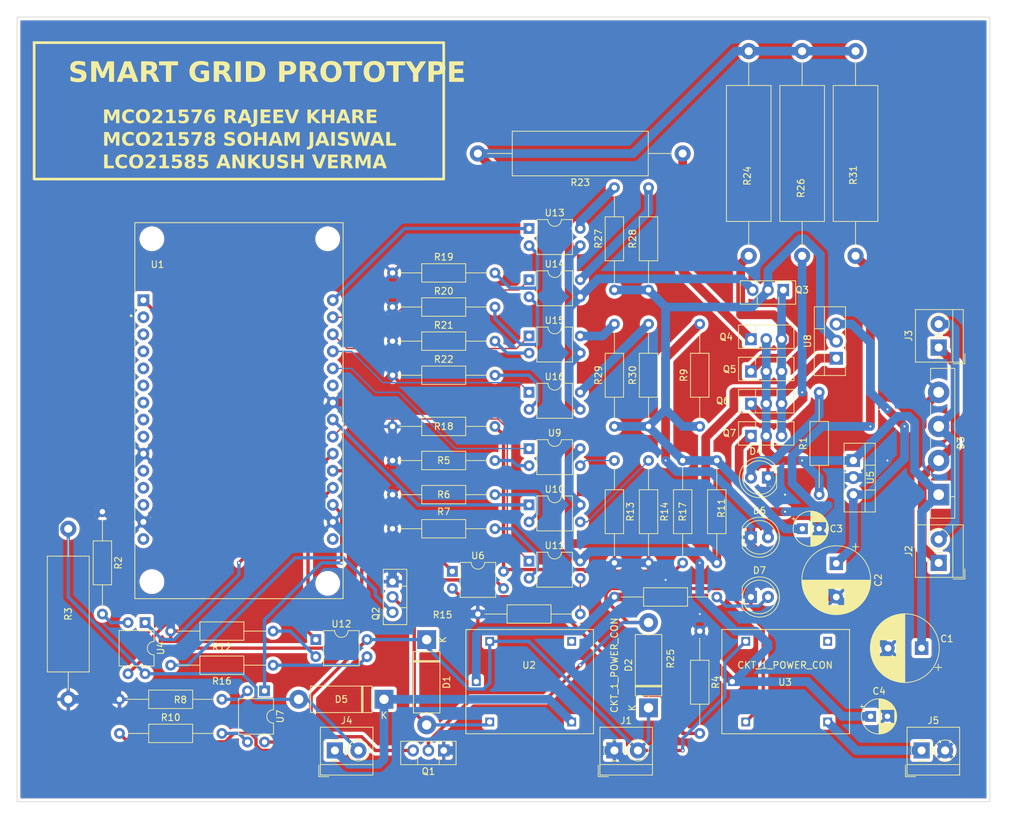
<source format=kicad_pcb>
(kicad_pcb (version 20240108) (generator "pcbnew") (generator_version "8.0")
  (layers (0 "F.Cu" signal) (31 "B.Cu" signal) (34 "B.Paste" user) (35 "F.Paste" user) (36 "B.SilkS" user "B.Silkscreen") (37 "F.SilkS" user "F.Silkscreen") (38 "B.Mask" user) (39 "F.Mask" user) (44 "Edge.Cuts" user))
  (net 0 "")
  (net 1 "GND")
  (net 2 "/POW_IN_CON")
  (net 3 "/POW_REG_CON")
  (net 4 "VAC")
  (net 5 "/RELAY_IN")
  (net 6 "/EXT_POWER")
  (net 7 "/V_OUT")
  (net 8 "/LOAD+")
  (net 9 "/RELAY1_IN")
  (net 10 "Net-(D7-A)")
  (net 11 "Net-(J2-Pin_1)")
  (net 12 "Net-(D4-A)")
  (net 13 "/C_SENSE")
  (net 14 "Net-(D5-K)")
  (net 15 "/CURRENT_CONTROL")
  (net 16 "/E1_TO_R")
  (net 17 "/E2_TO_R")
  (net 18 "/E3_TO_R")
  (net 19 "/E4_TO_R")
  (net 20 "Net-(R2-Pad2)")
  (net 21 "Net-(D6-A)")
  (net 22 "Net-(R4-Pad2)")
  (net 23 "Net-(R5-Pad2)")
  (net 24 "Net-(R6-Pad2)")
  (net 25 "/V_CONTROL")
  (net 26 "Net-(J5-Pin_1)")
  (net 27 "Net-(Q1-B)")
  (net 28 "Net-(Q2-B)")
  (net 29 "/V_SENSE")
  (net 30 "Net-(Q3-E)")
  (net 31 "Net-(R7-Pad2)")
  (net 32 "Net-(R8-Pad1)")
  (net 33 "Net-(R10-Pad2)")
  (net 34 "/150_R")
  (net 35 "/1k_R")
  (net 36 "/3k_R")
  (net 37 "/5k_R")
  (net 38 "/D6")
  (net 39 "/D7")
  (net 40 "/D4")
  (net 41 "/POWER_ON_OFF")
  (net 42 "/D5")
  (net 43 "/D3")
  (net 44 "/D0")
  (net 45 "/D8")
  (net 46 "/A0")
  (net 47 "/D1")
  (net 48 "/D2")
  (net 49 "/PSHARE_ON_OFF")
  (net 65 "Net-(R12-Pad1)")
  (net 66 "Net-(R13-Pad1)")
  (net 67 "Net-(R14-Pad1)")
  (net 68 "Net-(R15-Pad1)")
  (net 69 "Net-(R16-Pad1)")
  (net 70 "Net-(R19-Pad2)")
  (net 71 "Net-(R20-Pad2)")
  (net 72 "Net-(R21-Pad2)")
  (net 73 "Net-(R22-Pad2)")
  (footprint "Resistor_THT:R_Axial_DIN0207_L6.3mm_D2.5mm_P15.24mm_Horizontal" (layer "F.Cu") (at 109.22 132.08 180)
    (property "Reference" "R16")
    (property "Value" "120R")
  )
  (footprint "Library:MODULE_ZC563900" (layer "F.Cu") (at 101.346 98.044)
    (property "Reference" "U1")
    (property "Value" "ZC563900")
  )
  (footprint "Resistor_THT:R_Axial_DIN0207_L6.3mm_D2.5mm_P15.24mm_Horizontal" (layer "F.Cu") (at 109.22 127 180)
    (property "Reference" "R12")
    (property "Value" "220R")
  )
  (footprint "Resistor_THT:R_Axial_DIN0207_L6.3mm_D2.5mm_P15.24mm_Horizontal" (layer "F.Cu") (at 160.02 101.6 -90)
    (property "Reference" "R13")
    (property "Value" "500R")
  )
  (footprint "TerminalBlock_4Ucon:TerminalBlock_4Ucon_1x02_P3.50mm_Horizontal" (layer "F.Cu") (at 118.42 144.78)
    (property "Reference" "J4")
    (property "Value" "DC_LOAD")
  )
  (footprint "Resistor_THT:R_Axial_DIN0207_L6.3mm_D2.5mm_P15.24mm_Horizontal" (layer "F.Cu") (at 127 88.9)
    (property "Reference" "R22")
    (property "Value" "220")
  )
  (footprint "Package_DIP:DIP-4_W7.62mm" (layer "F.Cu") (at 115.58 128.265)
    (property "Reference" "U12")
    (property "Value" "PC817")
  )
  (footprint "Package_DIP:DIP-4_W7.62mm" (layer "F.Cu") (at 147.32 99.823)
    (property "Reference" "U9")
    (property "Value" "MIN_V")
  )
  (footprint "Resistor_THT:R_Axial_DIN0207_L6.3mm_D2.5mm_P15.24mm_Horizontal" (layer "F.Cu") (at 172.72 127 -90)
    (property "Reference" "R4")
    (property "Value" "220")
  )
  (footprint "Package_TO_SOT_THT:TO-220-3_Vertical" (layer "F.Cu") (at 193.04 86.36 90)
    (property "Reference" "U8")
    (property "Value" "LM317_TO-220")
  )
  (footprint "LED_THT:LED_D5.0mm" (layer "F.Cu") (at 180.34 113.03)
    (property "Reference" "D6")
    (property "Value" "LED")
  )
  (footprint "Resistor_THT:R_Axial_Power_L20.0mm_W6.4mm_P30.48mm" (layer "F.Cu") (at 170.18 55.88 180)
    (property "Reference" "R23")
    (property "Value" "1")
  )
  (footprint "Package_TO_SOT_THT:TO-126-3_Vertical" (layer "F.Cu") (at 180.34 97.94)
    (property "Reference" "Q7")
    (property "Value" "BD139")
  )
  (footprint "Resistor_THT:R_Axial_DIN0207_L6.3mm_D2.5mm_P15.24mm_Horizontal" (layer "F.Cu") (at 127 101.6)
    (property "Reference" "R5")
    (property "Value" "220")
  )
  (footprint "Diode_THT:Diode_Bridge_Vishay_GBU" (layer "F.Cu") (at 208.28 106.68 90)
    (property "Reference" "D3")
    (property "Value" "GBU4A")
  )
  (footprint "Resistor_THT:R_Axial_DIN0207_L6.3mm_D2.5mm_P15.24mm_Horizontal" (layer "F.Cu") (at 170.18 101.6 -90)
    (property "Reference" "R17")
    (property "Value" "20k")
  )
  (footprint "Resistor_THT:R_Axial_DIN0207_L6.3mm_D2.5mm_P15.24mm_Horizontal" (layer "F.Cu") (at 165.1 101.6 -90)
    (property "Reference" "R14")
    (property "Value" "1.5kR")
  )
  (footprint "Package_TO_SOT_THT:TO-220-3_Vertical" (layer "F.Cu") (at 195.58 101.6 -90)
    (property "Reference" "U5")
    (property "Value" "LM7824_TO220")
  )
  (footprint "Resistor_THT:R_Axial_DIN0207_L6.3mm_D2.5mm_P15.24mm_Horizontal" (layer "F.Cu") (at 160.02 76.2 90)
    (property "Reference" "R27")
    (property "Value" "150")
  )
  (footprint "Resistor_THT:R_Axial_DIN0617_L17.0mm_D6.0mm_P25.40mm_Horizontal" (layer "F.Cu") (at 78.74 111.76 -90)
    (property "Reference" "R3")
    (property "Value" "1")
  )
  (footprint "Resistor_THT:R_Axial_DIN0207_L6.3mm_D2.5mm_P15.24mm_Horizontal" (layer "F.Cu") (at 127 106.68)
    (property "Reference" "R6")
    (property "Value" "220")
  )
  (footprint "Resistor_THT:R_Axial_DIN0207_L6.3mm_D2.5mm_P15.24mm_Horizontal" (layer "F.Cu") (at 142.24 96.52 180)
    (property "Reference" "R18")
    (property "Value" "8k")
  )
  (footprint "Resistor_THT:R_Axial_DIN0207_L6.3mm_D2.5mm_P15.24mm_Horizontal" (layer "F.Cu") (at 127 78.74)
    (property "Reference" "R20")
    (property "Value" "220")
  )
  (footprint "Package_TO_SOT_THT:TO-126-3_Vertical" (layer "F.Cu") (at 180.34 88.34)
    (property "Reference" "Q5")
    (property "Value" "BD139")
  )
  (footprint "Resistor_THT:R_Axial_DIN0207_L6.3mm_D2.5mm_P15.24mm_Horizontal" (layer "F.Cu") (at 172.72 96.52 90)
    (property "Reference" "R9")
    (property "Value" "220")
  )
  (footprint "Resistor_THT:R_Axial_DIN0207_L6.3mm_D2.5mm_P15.24mm_Horizontal" (layer "F.Cu") (at 160.02 121.92)
    (property "Reference" "R25")
    (property "Value" "220")
  )
  (footprint "Resistor_THT:R_Axial_Power_L20.0mm_W6.4mm_P30.48mm" (layer "F.Cu") (at 187.96 71.12 90)
    (property "Reference" "R26")
    (property "Value" "1")
  )
  (footprint "Package_DIP:DIP-4_W7.62mm" (layer "F.Cu") (at 147.32 74.674)
    (property "Reference" "U14")
    (property "Value" "PC817")
  )
  (footprint "Resistor_THT:R_Axial_DIN0207_L6.3mm_D2.5mm_P15.24mm_Horizontal" (layer "F.Cu") (at 175.26 116.84 90)
    (property "Reference" "R11")
    (property "Value" "220")
  )
  (footprint "Resistor_THT:R_Axial_DIN0207_L6.3mm_D2.5mm_P15.24mm_Horizontal" (layer "F.Cu") (at 165.1 96.52 90)
    (property "Reference" "R30")
    (property "Value" "5k")
  )
  (footprint "Resistor_THT:R_Axial_DIN0207_L6.3mm_D2.5mm_P15.24mm_Horizontal" (layer "F.Cu") (at 127 83.82)
    (property "Reference" "R21")
    (property "Value" "220")
  )
  (footprint "Package_DIP:DIP-4_W7.62mm" (layer "F.Cu") (at 147.32 83.057)
    (property "Reference" "U15")
    (property "Value" "PC817")
  )
  (footprint "Package_DIP:DIP-4_W7.62mm" (layer "F.Cu") (at 147.32 116.589)
    (property "Reference" "U11")
    (property "Value" "HIGH_V")
  )
  (footprint "Package_DIP:DIP-4_W7.62mm" (layer "F.Cu") (at 147.32 67.054)
    (property "Reference" "U13")
    (property "Value" "PC817")
  )
  (footprint "Resistor_THT:R_Axial_DIN0207_L6.3mm_D2.5mm_P15.24mm_Horizontal" (layer "F.Cu") (at 190.5 106.68 90)
    (property "Reference" "R1")
    (property "Value" "220")
  )
  (footprint "Resistor_THT:R_Axial_DIN0207_L6.3mm_D2.5mm_P15.24mm_Horizontal" (layer "F.Cu") (at 83.82 109.22 -90)
    (property "Reference" "R2")
    (property "Value" "220")
  )
  (footprint "Capacitor_THT:CP_Radial_D5.0mm_P2.50mm" (layer "F.Cu") (at 188 111.76)
    (property "Reference" "C3")
    (property "Value" "10uF/63V")
  )
  (footprint "Resistor_THT:R_Axial_DIN0207_L6.3mm_D2.5mm_P15.24mm_Horizontal" (layer "F.Cu") (at 127 111.76)
    (property "Reference" "R7")
    (property "Value" "220")
  )
  (footprint "TerminalBlock_4Ucon:TerminalBlock_4Ucon_1x02_P3.50mm_Horizontal" (layer "F.Cu") (at 160.02 144.78)
    (property "Reference" "J1")
    (property "Value" "EXT_POW")
  )
  (footprint "Package_TO_SOT_THT:TO-126-3_Vertical" (layer "F.Cu") (at 180.34 93.14)
    (property "Reference" "Q6")
    (property "Value" "BD139")
  )
  (footprint "Package_DIP:DIP-4_W7.62mm" (layer "F.Cu") (at 147.32 91.44)
    (property "Reference" "U16")
    (property "Value" "PC817")
  )
  (footprint "Resistor_THT:R_Axial_DIN0207_L6.3mm_D2.5mm_P15.24mm_Horizontal" (layer "F.Cu") (at 154.94 124.46 180)
    (property "Reference" "R15")
    (property "Value" "2kR")
  )
  (footprint "Library:J107F" (layer "F.Cu") (at 137.91325 142.29175)
    (property "Reference" "U2")
    (property "Value" "CKT_1_POWER_CON")
  )
  (footprint "LED_THT:LED_D5.0mm" (layer "F.Cu") (at 182.88 104.14 180)
    (property "Reference" "D4")
    (property "Value" "LED_POW")
  )
  (footprint "Library:J107F" (layer "F.Cu") (at 176.01325 142.29175)
    (property "Reference" "U3")
    (property "Value" "CKT_1_POWER_CON")
  )
  (footprint "LED_THT:LED_D5.0mm" (layer "F.Cu") (at 180.34 121.92)
    (property "Reference" "D7")
    (property "Value" "LOAD_INDICATOR")
  )
  (footprint "Package_TO_SOT_THT:TO-126-3_Vertical" (layer "F.Cu") (at 180.34 83.54)
    (property "Reference" "Q4")
    (property "Value" "BD139")
  )
  (footprint "Package_DIP:DIP-4_W7.62mm" (layer "F.Cu") (at 107.955 135.9 -90)
    (property "Reference" "U7")
    (property "Value" "PC817")
  )
  (footprint "Resistor_THT:R_Axial_DIN0207_L6.3mm_D2.5mm_P15.24mm_Horizontal" (layer "F.Cu") (at 165.1 76.2 90)
    (property "Reference" "R28")
    (property "Value" "1k")
  )
  (footprint "Diode_THT:D_5W_P12.70mm_Horizontal" (layer "F.Cu") (at 132.08 128.27 -90)
    (property "Reference" "D1")
    (property "Value" "1N5408/RELAY_FWD")
  )
  (footprint "Package_TO_SOT_THT:TO-126-3_Vertical" (layer "F.Cu") (at 185.16 76.2 180)
    (property "Reference" "Q3")
    (property "Value" "BD139")
  )
  (footprint "Capacitor_THT:CP_Radial_D10.0mm_P5.00mm" (layer "F.Cu") (at 193.04 116.92 -90)
    (property "Reference" "C2")
    (property "Value" "100uf/25V")
  )
  (footprint "Capacitor_THT:CP_Radial_D10.0mm_P5.00mm" (layer "F.Cu") (at 205.74 129.54 180)
    (property "Reference" "C1")
    (property "Value" "1000uf/25V")
  )
  (footprint "Resistor_THT:R_Axial_Power_L20.0mm_W6.4mm_P30.48mm" (layer "F.Cu") (at 195.91 71.12 90)
    (property "Reference" "R31")
    (property "Value" "1")
  )
  (footprint "TerminalBlock_4Ucon:TerminalBlock_4Ucon_1x02_P3.50mm_Horizontal" (layer "F.Cu") (at 208.28 84.78 90)
    (property "Reference" "J3")
    (property "Value" "AC_INPUT")
  )
  (footprint "Package_TO_SOT_THT:TO-126-3_Vertical" (layer "F.Cu") (at 134.62 144.78 180)
    (property "Reference" "Q1")
    (property "Value" "BD139")
  )
  (footprint "Package_TO_SOT_THT:TO-126-3_Vertical" (layer "F.Cu") (at 127 119.64 -90)
    (property "Reference" "Q2")
    (property "Value" "BD139")
  )
  (footprint "Resistor_THT:R_Axial_DIN0207_L6.3mm_D2.5mm_P15.24mm_Horizontal" (layer "F.Cu") (at 127 73.66)
    (property "Reference" "R19")
    (property "Value" "220")
  )
  (footprint "Resistor_THT:R_Axial_DIN0207_L6.3mm_D2.5mm_P15.24mm_Horizontal" (layer "F.Cu") (at 86.36 142.24)
    (property "Reference" "R10")
    (property "Value" "120R")
  )
  (footprint "Package_DIP:DIP-4_W7.62mm" (layer "F.Cu") (at 90.175 125.74 -90)
    (property "Reference" "U4")
    (property "Value" "MIN_V")
  )
  (footprint "Capacitor_THT:CP_Radial_D5.0mm_P2.50mm" (layer "F.Cu") (at 198.16 139.7)
    (property "Reference" "C4")
    (property "Value" "10uF/63V")
  )
  (footprint "Package_DIP:DIP-4_W7.62mm" (layer "F.Cu") (at 135.9 118.105)
    (property "Reference" "U6")
    (property "Value" "MODERATE_V")
  )
  (footprint "Resistor_THT:R_Axial_DIN0207_L6.3mm_D2.5mm_P15.24mm_Horizontal" (layer "F.Cu") (at 101.6 137.16 180)
    (property "Reference" "R8")
    (property "Value" "220R")
  )
  (footprint "Resistor_THT:R_Axial_DIN0207_L6.3mm_D2.5mm_P15.24mm_Horizontal" (layer "F.Cu") (at 160.02 96.52 90)
    (property "Reference" "R29")
    (property "Value" "3k")
  )
  (footprint "Resistor_THT:R_Axial_Power_L20.0mm_W6.4mm_P30.48mm" (layer "F.Cu") (at 180.01 71.12 90)
    (property "Reference" "R24")
    (property "Value" "1")
  )
  (footprint "Diode_THT:D_5W_P12.70mm_Horizontal" (layer "F.Cu") (at 125.73 137.16 180)
    (property "Reference" "D5")
    (property "Value" "1N5408/FWD")
  )
  (footprint "TerminalBlock_4Ucon:TerminalBlock_4Ucon_1x02_P3.50mm_Horizontal" (layer "F.Cu") (at 205.74 144.78)
    (property "Reference" "J5")
    (property "Value" "POW_SHARE")
  )
  (footprint "Package_DIP:DIP-4_W7.62mm" (layer "F.Cu") (at 147.32 108.206)
    (property "Reference" "U10")
    (property "Value" "MODERATE_V")
  )
  (footprint "TerminalBlock_4Ucon:TerminalBlock_4Ucon_1x02_P3.50mm_Horizontal" (layer "F.Cu") (at 208.28 116.84 90)
    (property "Reference" "J2")
    (property "Value" "24VAC _LOAD")
  )
  (footprint "Diode_THT:D_5W_P12.70mm_Horizontal" (layer "F.Cu") (at 165.1 138.43 90)
    (property "Reference" "D2")
    (property "Value" "1N5408/RELAY-1_FWD")
  )
  (gr_rect (start 73.66 39.37) (end 134.62 59.69) (stroke (width 0.4)) (fill none) (layer "F.SilkS"))
  (gr_rect (start 71.12 35.56) (end 215.9 152.4) (stroke (width 0.1)) (fill none) (layer "Edge.Cuts"))
  (gr_text "SMART GRID PROTOTYPE" (at 78.74 45.72 0) (layer "F.SilkS") (effects (font (size 3 3) (thickness 0.1)) (justify left bottom)))
  (gr_text "MCO21576 RAJEEV KHARE\nMCO21578 SOHAM JAISWAL\nLCO21585 ANKUSH VERMA" (at 83.82 58.42 0) (layer "F.SilkS") (effects (font (size 2 2) (thickness 0.1)) (justify left bottom)))
  (segment (start 180.34 113.03) (end 180.34 110.83) (width 1.3) (layer "F.Cu") (net 1))
  (segment (start 180.34 110.83) (end 183.77 110.83) (width 1.3) (layer "F.Cu") (net 1))
  (segment (start 118.11 92.964) (end 122.936 92.964) (width 1.3) (layer "F.Cu") (net 1))
  (segment (start 122.936 92.964) (end 127 88.9) (width 1.3) (layer "F.Cu") (net 1))
  (segment (start 205.83 96.43) (end 205.83 93.89) (width 1.3) (layer "F.Cu") (net 1))
  (segment (start 185.42 119.38) (end 187.96 121.92) (width 1.3) (layer "F.Cu") (net 1))
  (segment (start 189.09137 114.3) (end 190.5 112.89137) (width 1.3) (layer "F.Cu") (net 1))
  (segment (start 127 73.66) (end 127 78.74) (width 1.3) (layer "F.Cu") (net 1))
  (segment (start 183.77 110.83) (end 187.24 114.3) (width 1.3) (layer "F.Cu") (net 1))
  (segment (start 127 101.6) (end 127 106.68) (width 1.3) (layer "F.Cu") (net 1))
  (segment (start 185.42 106.68) (end 186.55137 106.68) (width 1.3) (layer "F.Cu") (net 1))
  (segment (start 180.34 121.92) (end 177.8 119.38) (width 1.3) (layer "F.Cu") (net 1))
  (segment (start 200.66 101.6) (end 205.83 96.43) (width 1.3) (layer "F.Cu") (net 1))
  (segment (start 187.24 114.3) (end 189.09137 114.3) (width 1.3) (layer "F.Cu") (net 1))
  (segment (start 177.8 119.38) (end 172.72 119.38) (width 1.3) (layer "F.Cu") (net 1))
  (segment (start 172.72 124.46) (end 172.72 127) (width 1.3) (layer "F.Cu") (net 1))
  (segment (start 190.5 110.62863) (end 190.5 111.76) (width 1.3) (layer "F.Cu") (net 1))
  (segment (start 172.72 119.38) (end 167.64 119.38) (width 1.3) (layer "F.Cu") (net 1))
  (segment (start 182.88 104.14) (end 195.58 104.14) (width 1.3) (layer "F.Cu") (net 1))
  (segment (start 187.96 121.92) (end 193.04 121.92) (width 1.3) (layer "F.Cu") (net 1))
  (segment (start 180.34 114.3) (end 185.42 119.38) (width 1.3) (layer "F.Cu") (net 1))
  (segment (start 190.5 112.89137) (end 190.5 111.76) (width 1.3) (layer "F.Cu") (net 1))
  (segment (start 205.83 93.89) (end 208.28 91.44) (width 1.3) (layer "F.Cu") (net 1))
  (segment (start 186.55137 106.68) (end 190.5 110.62863) (width 1.3) (layer "F.Cu") (net 1))
  (segment (start 180.34 113.03) (end 180.34 114.3) (width 1.3) (layer "F.Cu") (net 1))
  (via (at 200.66 101.6) (size 0.6) (drill 0.3) (layers "F.Cu" "B.Cu") (net 1))
  (via (at 172.72 124.46) (size 0.6) (drill 0.3) (layers "F.Cu" "B.Cu") (net 1))
  (via (at 185.42 106.68) (size 0.6) (drill 0.3) (layers "F.Cu" "B.Cu") (net 1))
  (via (at 167.64 119.38) (size 0.6) (drill 0.3) (layers "F.Cu" "B.Cu") (net 1))
  (segment (start 185.42 106.68) (end 182.88 104.14) (width 1.3) (layer "B.Cu") (net 1))
  (segment (start 160.02 144.78) (end 162.07 146.83) (width 1.3) (layer "B.Cu") (net 1))
  (segment (start 165.1 116.84) (end 160.02 116.84) (width 1.3) (layer "B.Cu") (net 1))
  (segment (start 116.3837 108.919057) (end 116.3837 108.7637) (width 1.3) (layer "B.Cu") (net 1))
  (segment (start 209.24 144.78) (end 209.24 143.082944) (width 1.3) (layer "B.Cu") (net 1))
  (segment (start 193.375 108.885) (end 193.375 104.14) (width 1.3) (layer "B.Cu") (net 1))
  (segment (start 200.66 139.7) (end 200.66 129.62) (width 1.3) (layer "B.Cu") (net 1))
  (segment (start 193.12 121.92) (end 200.74 129.54) (width 1.3) (layer "B.Cu") (net 1))
  (segment (start 198.12 104.14) (end 200.66 101.6) (width 1.3) (layer "B.Cu") (net 1))
  (segment (start 117.394943 109.9303) (end 116.3837 108.919057) (width 1.3) (layer "B.Cu") (net 1))
  (segment (start 114.4034 110.744) (end 116.3837 108.7637) (width 1.3) (layer "B.Cu") (net 1))
  (segment (start 205.857056 139.7) (end 200.66 139.7) (width 1.3) (layer "B.Cu") (net 1))
  (segment (start 116.3837 94.6903) (end 118.11 92.964) (width 1.3) (layer "B.Cu") (net 1))
  (segment (start 190.5 111.76) (end 193.375 108.885) (width 1.3) (layer "B.Cu") (net 1))
  (segment (start 93.98 114.808) (end 89.916 110.744) (width 1.3) (layer "B.Cu") (net 1))
  (segment (start 76.69 127.49) (end 76.69 110.910862) (width 1.3) (layer "B.Cu") (net 1))
  (segment (start 93.98 127) (end 93.98 114.808) (width 1.3) (layer "B.Cu") (net 1))
  (segment (start 190.5 116.84) (end 190.5 119.38) (width 1.3) (layer "B.Cu") (net 1))
  (segment (start 200.66 129.62) (end 200.74 129.54) (width 1.3) (layer "B.Cu") (net 1))
  (segment (start 127 114.3) (end 121.666 114.3) (width 1.3) (layer "B.Cu") (net 1))
  (segment (start 78.74 137.16) (end 86.36 137.16) (width 1.3) (layer "B.Cu") (net 1))
  (segment (start 127 83.82) (end 127 88.9) (width 1.3) (layer "B.Cu") (net 1))
  (segment (start 127 111.76) (end 127 106.68) (width 1.3) (layer "B.Cu") (net 1))
  (segment (start 172.72 124.46) (end 165.1 116.84) (width 1.3) (layer "B.Cu") (net 1))
  (segment (start 162.07 146.83) (end 164.369138 146.83) (width 1.3) (layer "B.Cu") (net 1))
  (segment (start 209.24 143.082944) (end 205.857056 139.7) (width 1.3) (layer "B.Cu") (net 1))
  (segment (start 127 111.76) (end 127 114.3) (width 1.3) (layer "B.Cu") (net 1))
  (segment (start 127 96.52) (end 127 101.6) (width 1.3) (layer "B.Cu") (net 1))
  (segment (start 137.16 124.46) (end 127 114.3) (width 1.3) (layer "B.Cu") (net 1))
  (segment (start 193.375 104.14) (end 195.58 104.14) (width 1.3) (layer "B.Cu") (net 1))
  (segment (start 83.82 106.68) (end 83.82 109.22) (width 1.3) (layer "B.Cu") (net 1))
  (segment (start 78.380862 109.22) (end 83.82 109.22) (width 1.3) (layer "B.Cu") (net 1))
  (segment (start 76.69 110.910862) (end 78.380862 109.22) (width 1.3) (layer "B.Cu") (net 1))
  (segment (start 190.5 119.38) (end 193.04 121.92) (width 1.3) (layer "B.Cu") (net 1))
  (segment (start 116.3837 108.7637) (end 116.3837 94.6903) (width 1.3) (layer "B.Cu") (net 1))
  (segment (start 172.72 138.479138) (end 172.72 127) (width 1.3) (layer "B.Cu") (net 1))
  (segment (start 152.4 124.46) (end 160.02 116.84) (width 1.3) (layer "B.Cu") (net 1))
  (segment (start 127 119.64) (end 127 114.3) (width 1.3) (layer "B.Cu") (net 1))
  (segment (start 139.7 124.46) (end 137.16 124.46) (width 1.3) (layer "B.Cu") (net 1))
  (segment (start 86.36 137.16) (end 76.69 127.49) (width 1.3) (layer "B.Cu") (net 1))
  (segment (start 121.666 114.3) (end 118.11 110.744) (width 1.3) (layer "B.Cu") (net 1))
  (segment (start 127 78.74) (end 127 83.82) (width 1.3) (layer "B.Cu") (net 1))
  (segment (start 195.58 104.14) (end 198.12 104.14) (width 1.3) (layer "B.Cu") (net 1))
  (segment (start 164.369138 146.83) (end 172.72 138.479138) (width 1.3) (layer "B.Cu") (net 1))
  (segment (start 88.392 109.22) (end 89.916 110.744) (width 1.3) (layer "B.Cu") (net 1))
  (segment (start 89.916 100.584) (end 83.82 106.68) (width 1.3) (layer "B.Cu") (net 1))
  (segment (start 193.04 121.92) (end 193.12 121.92) (width 1.3) (layer "B.Cu") (net 1))
  (segment (start 89.916 110.744) (end 114.4034 110.744) (width 1.3) (layer "B.Cu") (net 1))
  (segment (start 139.7 124.46) (end 152.4 124.46) (width 1.3) (layer "B.Cu") (net 1))
  (segment (start 134.62 144.78) (end 160.02 144.78) (width 1.3) (layer "B.Cu") (net 1))
  (segment (start 180.34 121.92) (end 180.34 113.03) (width 1.3) (layer "B.Cu") (net 1))
  (segment (start 83.82 109.22) (end 88.392 109.22) (width 1.3) (layer "B.Cu") (net 1))
  (segment (start 190.5 111.76) (end 190.5 116.84) (width 1.3) (layer "B.Cu") (net 1))
  (segment (start 187.96 101.6) (end 184.08 101.6) (width 1.3) (layer "F.Cu") (net 2))
  (segment (start 182.62 100.14) (end 182.62 97.94) (width 1.3) (layer "F.Cu") (net 2))
  (segment (start 184.08 101.6) (end 182.62 100.14) (width 1.3) (layer "F.Cu") (net 2))
  (via (at 187.96 101.6) (size 0.6) (drill 0.3) (layers "F.Cu" "B.Cu") (net 2))
  (segment (start 195.58 101.6) (end 202.16 95.02) (width 1.3) (layer "B.Cu") (net 2))
  (segment (start 203.82132 95.02) (end 204.7 95.89868) (width 1.3) (layer "B.Cu") (net 2))
  (segment (start 205.74 109.22) (end 208.28 106.68) (width 1.3) (layer "B.Cu") (net 2))
  (segment (start 202.16 95.02) (end 203.82132 95.02) (width 1.3) (layer "B.Cu") (net 2))
  (segment (start 182.62 88.34) (end 182.62 93.14) (width 1.3) (layer "B.Cu") (net 2))
  (segment (start 205.74 129.54) (end 205.74 109.22) (width 1.3) (layer "B.Cu") (net 2))
  (segment (start 190.5 104.14) (end 187.96 101.6) (width 1.3) (layer "B.Cu") (net 2))
  (segment (start 204.7 103.1) (end 208.28 106.68) (width 1.3) (layer "B.Cu") (net 2))
  (segment (start 182.62 97.94) (end 182.62 93.14) (width 1.3) (layer "B.Cu") (net 2))
  (segment (start 187.96 101.6) (end 195.58 101.6) (width 1.3) (layer "B.Cu") (net 2))
  (segment (start 182.62 83.54) (end 182.62 88.34) (width 1.3) (layer "B.Cu") (net 2))
  (segment (start 190.5 106.68) (end 190.5 104.14) (width 1.3) (layer "B.Cu") (net 2))
  (segment (start 204.7 95.89868) (end 204.7 103.1) (width 1.3) (layer "B.Cu") (net 2))
  (segment (start 200.66 93.98) (end 203.2 96.52) (width 1.3) (layer "F.Cu") (net 3))
  (via (at 203.2 96.52) (size 0.6) (drill 0.3) (layers "F.Cu" "B.Cu") (net 3))
  (via (at 200.66 93.98) (size 0.6) (drill 0.3) (layers "F.Cu" "B.Cu") (net 3))
  (segment (start 195.34 81.28) (end 193.04 81.28) (width 1.3) (layer "B.Cu") (net 3))
  (segment (start 200.66 93.98) (end 198.12 91.44) (width 1.3) (layer "B.Cu") (net 3))
  (segment (start 195.58 106.68) (end 197.785 106.68) (width 1.3) (layer "B.Cu") (net 3))
  (segment (start 197.785 106.68) (end 203.2 101.265) (width 1.3) (layer "B.Cu") (net 3))
  (segment (start 198.12 84.06) (end 195.34 81.28) (width 1.3) (layer "B.Cu") (net 3))
  (segment (start 203.2 101.265) (end 203.2 96.52) (width 1.3) (layer "B.Cu") (net 3))
  (segment (start 195.58 106.68) (end 195.58 114.38) (width 1.3) (layer "B.Cu") (net 3))
  (segment (start 195.58 114.38) (end 193.04 116.92) (width 1.3) (layer "B.Cu") (net 3))
  (segment (start 198.12 91.44) (end 198.12 84.06) (width 1.3) (layer "B.Cu") (net 3))
  (segment (start 210.73 98.97) (end 208.28 96.52) (width 1.3) (layer "B.Cu") (net 4))
  (segment (start 210.73 94.07) (end 208.28 96.52) (width 1.3) (layer "B.Cu") (net 4))
  (segment (start 210.73 110.89) (end 210.73 98.97) (width 1.3) (layer "B.Cu") (net 4))
  (segment (start 208.28 113.34) (end 210.73 110.89) (width 1.3) (layer "B.Cu") (net 4))
  (segment (start 210.73 82.032944) (end 210.73 94.07) (width 1.3) (layer "B.Cu") (net 4))
  (segment (start 209.977056 81.28) (end 210.73 82.032944) (width 1.3) (layer "B.Cu") (net 4))
  (segment (start 208.28 81.28) (end 209.977056 81.28) (width 1.3) (layer "B.Cu") (net 4))
  (segment (start 127 121.92) (end 130.23 125.15) (width 0.5) (layer "F.Cu") (net 5))
  (segment (start 130.23 125.15) (end 130.23 139.12) (width 0.5) (layer "F.Cu") (net 5))
  (segment (start 130.23 139.12) (end 132.08 140.97) (width 0.5) (layer "F.Cu") (net 5))
  (segment (start 132.08 140.97) (end 141.02 140.97) (width 0.5) (layer "B.Cu") (net 5))
  (segment (start 141.02 140.97) (end 141.46325 140.52675) (width 0.5) (layer "B.Cu") (net 5))
  (segment (start 114.88 136.585) (end 114.88 139.12) (width 0.5) (layer "F.Cu") (net 6))
  (segment (start 170.18 144.78) (end 163.52 144.78) (width 0.5) (layer "F.Cu") (net 6))
  (segment (start 110.48 143.52) (end 107.955 143.52) (width 0.5) (layer "F.Cu") (net 6))
  (segment (start 123.2 128.265) (end 114.88 136.585) (width 0.5) (layer "F.Cu") (net 6))
  (segment (start 114.88 139.12) (end 110.48 143.52) (width 0.5) (layer "F.Cu") (net 6))
  (via (at 170.18 144.78) (size 0.6) (drill 0.3) (layers "F.Cu" "B.Cu") (net 6))
  (segment (start 141.46325 128.52675) (end 147.26675 128.52675) (width 0.5) (layer "B.Cu") (net 6))
  (segment (start 147.26675 128.52675) (end 163.52 144.78) (width 0.5) (layer "B.Cu") (net 6))
  (segment (start 141.46325 134.73475) (end 140.56725 135.63075) (width 0.5) (layer "B.Cu") (net 6))
  (segment (start 138.35925 135.63075) (end 132.08 129.3515) (width 0.5) (layer "B.Cu") (net 6))
  (segment (start 165.1 138.43) (end 165.1 143.2) (width 0.5) (layer "B.Cu") (net 6))
  (segment (start 170.18 143.012233) (end 176.45925 136.732983) (width 0.5) (layer "B.Cu") (net 6))
  (segment (start 132.08 128.27) (end 123.205 128.27) (width 0.5) (layer "B.Cu") (net 6))
  (segment (start 176.45925 131.63075) (end 179.56325 128.52675) (width 0.5) (layer "B.Cu") (net 6))
  (segment (start 132.08 129.3515) (end 132.08 128.27) (width 0.5) (layer "B.Cu") (net 6))
  (segment (start 141.46325 128.52675) (end 141.46325 134.73475) (width 0.5) (layer "B.Cu") (net 6))
  (segment (start 170.18 144.78) (end 170.18 143.012233) (width 0.5) (layer "B.Cu") (net 6))
  (segment (start 123.205 128.27) (end 123.2 128.265) (width 0.5) (layer "B.Cu") (net 6))
  (segment (start 140.56725 135.63075) (end 138.35925 135.63075) (width 0.5) (layer "B.Cu") (net 6))
  (segment (start 165.1 143.2) (end 163.52 144.78) (width 0.5) (layer "B.Cu") (net 6))
  (segment (start 176.45925 136.732983) (end 176.45925 131.63075) (width 0.5) (layer "B.Cu") (net 6))
  (segment (start 167.64 93.98) (end 165.1 96.52) (width 1.3) (layer "B.Cu") (net 7))
  (segment (start 185.42 111.76) (end 175.26 101.6) (width 1.3) (layer "B.Cu") (net 7))
  (segment (start 190.679569 81.516189) (end 190.679569 70.940431) (width 1.3) (layer "B.Cu") (net 7))
  (segment (start 170.18 96.52) (end 167.64 93.98) (width 1.3) (layer "B.Cu") (net 7))
  (segment (start 180.516234 78.74) (end 167.64 78.74) (width 1.3) (layer "B.Cu") (net 7))
  (segment (start 170.18 101.6) (end 165.1 96.52) (width 1.3) (layer "B.Cu") (net 7))
  (segment (start 188.319138 68.58) (end 187.600862 68.58) (width 1.3) (layer "B.Cu") (net 7))
  (segment (start 182.88 73.300862) (end 182.88 76.2) (width 1.3) (layer "B.Cu") (net 7))
  (segment (start 182.88 76.376234) (end 180.516234 78.74) (width 1.3) (layer "B.Cu") (net 7))
  (segment (start 165.1 76.2) (end 167.64 78.74) (width 1.3) (layer "B.Cu") (net 7))
  (segment (start 187.600862 68.58) (end 182.88 73.300862) (width 1.3) (layer "B.Cu") (net 7))
  (segment (start 190.679569 70.940431) (end 188.319138 68.58) (width 1.3) (layer "B.Cu") (net 7))
  (segment (start 167.64 78.74) (end 167.64 93.98) (width 1.3) (layer "B.Cu") (net 7))
  (segment (start 160.02 76.2) (end 165.1 76.2) (width 1.3) (layer "B.Cu") (net 7))
  (segment (start 192.98338 83.82) (end 190.679569 81.516189) (width 1.3) (layer "B.Cu") (net 7))
  (segment (start 172.72 96.52) (end 170.18 96.52) (width 1.3) (layer "B.Cu") (net 7))
  (segment (start 175.26 101.6) (end 170.18 101.6) (width 1.3) (layer "B.Cu") (net 7))
  (segment (start 188 111.76) (end 185.42 111.76) (width 1.3) (layer "B.Cu") (net 7))
  (segment (start 160.02 96.52) (end 165.1 96.52) (width 1.3) (layer "B.Cu") (net 7))
  (segment (start 193.04 83.82) (end 192.98338 83.82) (width 1.3) (layer "B.Cu") (net 7))
  (segment (start 182.88 76.2) (end 182.88 76.376234) (width 1.3) (layer "B.Cu") (net 7))
  (segment (start 177.56325 134.52675) (end 164.9565 121.92) (width 1.3) (layer "F.Cu") (net 8))
  (segment (start 139.7 55.88) (end 153.29 69.47) (width 1.3) (layer "F.Cu") (net 8))
  (segment (start 153.29 69.47) (end 153.29 113.972453) (width 1.3) (layer "F.Cu") (net 8))
  (segment (start 153.29 113.972453) (end 169.852453 113.972453) (width 1.3) (layer "F.Cu") (net 8))
  (segment (start 164.9565 121.92) (end 160.02 121.92) (width 1.3) (layer "F.Cu") (net 8))
  (segment (start 169.852453 113.972453) (end 172.72 116.84) (width 1.3) (layer "F.Cu") (net 8))
  (via (at 172.72 116.84) (size 0.6) (drill 0.3) (layers "F.Cu" "B.Cu") (net 8))
  (segment (start 187.96 40.64) (end 195.91 40.64) (width 1.3) (layer "B.Cu") (net 8))
  (segment (start 178.029297 127.02275) (end 181.06725 127.02275) (width 1.3) (layer "B.Cu") (net 8))
  (segment (start 182.88 129.44675) (end 177.8 134.52675) (width 1.3) (layer "B.Cu") (net 8))
  (segment (start 139.982 127) (end 154.94 127) (width 1.3) (layer "B.Cu") (net 8))
  (segment (start 178.006547 40.64) (end 162.766547 55.88) (width 1.3) (layer "B.Cu") (net 8))
  (segment (start 139.46325 134.52675) (end 139.46325 127.51875) (width 1.3) (layer "B.Cu") (net 8))
  (segment (start 198.16 139.7) (end 193.9445 139.7) (width 1.3) (layer "B.Cu") (net 8))
  (segment (start 177.8 134.52675) (end 188.77125 134.52675) (width 1.3) (layer "B.Cu") (net 8))
  (segment (start 187.96 40.64) (end 180.01 40.64) (width 1.3) (layer "B.Cu") (net 8))
  (segment (start 181.06725 127.02275) (end 182.88 128.8355) (width 1.3) (layer "B.Cu") (net 8))
  (segment (start 162.766547 55.88) (end 139.7 55.88) (width 1.3) (layer "B.Cu") (net 8))
  (segment (start 172.72 116.84) (end 172.72 121.713453) (width 1.3) (layer "B.Cu") (net 8))
  (segment (start 182.88 128.8355) (end 182.88 129.44675) (width 1.3) (layer "B.Cu") (net 8))
  (segment (start 154.94 127) (end 160.02 121.92) (width 1.3) (layer "B.Cu") (net 8))
  (segment (start 180.01 40.64) (end 178.006547 40.64) (width 1.3) (layer "B.Cu") (net 8))
  (segment (start 139.46325 127.51875) (end 139.982 127) (width 1.3) (layer "B.Cu") (net 8))
  (segment (start 177.56325 134.52675) (end 177.8 134.52675) (width 1.3) (layer "B.Cu") (net 8))
  (segment (start 188.77125 134.52675) (end 193.9445 139.7) (width 1.3) (layer "B.Cu") (net 8))
  (segment (start 172.72 121.713453) (end 178.029297 127.02275) (width 1.3) (layer "B.Cu") (net 8))
  (segment (start 132.34 144.78) (end 132.34 143.47) (width 0.5) (layer "F.Cu") (net 9))
  (segment (start 132.34 143.47) (end 138.65 137.16) (width 0.5) (layer "F.Cu") (net 9))
  (segment (start 182.16725 126.567115) (end 176.270135 120.67) (width 0.5) (layer "F.Cu") (net 9))
  (segment (start 138.65 137.16) (end 149.86 137.16) (width 0.5) (layer "F.Cu") (net 9))
  (segment (start 159.502233 120.67) (end 158.77 121.402233) (width 0.5) (layer "F.Cu") (net 9))
  (segment (start 162.062233 125.73) (end 165.1 125.73) (width 0.5) (layer "F.Cu") (net 9))
  (segment (start 179.56325 140.52675) (end 182.16725 137.92275) (width 0.5) (layer "F.Cu") (net 9))
  (segment (start 149.86 137.16) (end 154.94 132.08) (width 0.5) (layer "F.Cu") (net 9))
  (segment (start 182.16725 137.92275) (end 182.16725 126.567115) (width 0.5) (layer "F.Cu") (net 9))
  (segment (start 158.77 121.402233) (end 158.77 122.437767) (width 0.5) (layer "F.Cu") (net 9))
  (segment (start 158.77 122.437767) (end 162.062233 125.73) (width 0.5) (layer "F.Cu") (net 9))
  (segment (start 176.270135 120.67) (end 159.502233 120.67) (width 0.5) (layer "F.Cu") (net 9))
  (via (at 154.94 132.08) (size 0.6) (drill 0.3) (layers "F.Cu" "B.Cu") (net 9))
  (segment (start 154.94 132.08) (end 161.29 125.73) (width 0.5) (layer "B.Cu") (net 9))
  (segment (start 161.29 125.73) (end 165.1 125.73) (width 0.5) (layer "B.Cu") (net 9))
  (segment (start 175.26 121.92) (end 176.61 123.27) (width 0.5) (layer "B.Cu") (net 10))
  (segment (start 181.53 123.27) (end 182.88 121.92) (width 0.5) (layer "B.Cu") (net 10))
  (segment (start 176.61 123.27) (end 181.53 123.27) (width 0.5) (layer "B.Cu") (net 10))
  (segment (start 210.73 99.15) (end 208.28 101.6) (width 1.3) (layer "F.Cu") (net 11))
  (segment (start 205.83 114.39) (end 208.28 116.84) (width 1.3) (layer "F.Cu") (net 11))
  (segment (start 210.73 87.23) (end 210.73 99.15) (width 1.3) (layer "F.Cu") (net 11))
  (segment (start 208.28 84.78) (end 210.73 87.23) (width 1.3) (layer "F.Cu") (net 11))
  (segment (start 205.83 104.05) (end 205.83 114.39) (width 1.3) (layer "F.Cu") (net 11))
  (segment (start 208.28 101.6) (end 205.83 104.05) (width 1.3) (layer "F.Cu") (net 11))
  (segment (start 180.34 104.14) (end 180.34 102.867208) (width 1.3) (layer "B.Cu") (net 12))
  (segment (start 181.607208 101.6) (end 183.696234 101.6) (width 1.3) (layer "B.Cu") (net 12))
  (segment (start 183.696234 101.6) (end 190.5 94.796234) (width 1.3) (layer "B.Cu") (net 12))
  (segment (start 180.34 102.867208) (end 181.607208 101.6) (width 1.3) (layer "B.Cu") (net 12))
  (segment (start 190.5 94.796234) (end 190.5 91.44) (width 1.3) (layer "B.Cu") (net 12))
  (segment (start 114.3 137.16) (end 113.03 137.16) (width 0.5) (layer "B.Cu") (net 13))
  (segment (start 104.642767 133.36) (end 106.68 135.397233) (width 0.5) (layer "B.Cu") (net 13))
  (segment (start 90.175 133.36) (end 78.74 121.925) (width 0.5) (layer "B.Cu") (net 13))
  (segment (start 106.715 137.16) (end 113.03 137.16) (width 0.5) (layer "B.Cu") (net 13))
  (segment (start 78.74 121.925) (end 78.74 111.76) (width 0.5) (layer "B.Cu") (net 13))
  (segment (start 106.68 137.125) (end 106.715 137.16) (width 0.5) (layer "B.Cu") (net 13))
  (segment (start 90.175 133.36) (end 104.642767 133.36) (width 0.5) (layer "B.Cu") (net 13))
  (segment (start 121.92 144.78) (end 114.3 137.16) (width 0.5) (layer "B.Cu") (net 13))
  (segment (start 106.68 135.397233) (end 106.68 137.125) (width 0.5) (layer "B.Cu") (net 13))
  (segment (start 118.42 144.78) (end 120.47 146.83) (width 1.3) (layer "B.Cu") (net 14))
  (segment (start 125.73 146.05) (end 125.73 137.16) (width 1.3) (layer "B.Cu") (net 14))
  (segment (start 153.66325 140.52675) (end 150.2965 137.16) (width 1.3) (layer "B.Cu") (net 14))
  (segment (start 120.47 146.83) (end 124.95 146.83) (width 1.3) (layer "B.Cu") (net 14))
  (segment (start 150.2965 137.16) (end 125.73 137.16) (width 1.3) (layer "B.Cu") (net 14))
  (segment (start 124.95 146.83) (end 125.73 146.05) (width 1.3) (layer "B.Cu") (net 14))
  (segment (start 153.29 87.247) (end 154.94 85.597) (width 1.3) (layer "B.Cu") (net 15))
  (segment (start 153.29 92.33) (end 153.29 87.247) (width 1.3) (layer "B.Cu") (net 15))
  (segment (start 154.94 77.214) (end 153.29 75.564) (width 1.3) (layer "B.Cu") (net 15))
  (segment (start 180.6 76.2) (end 178.95 74.55) (width 1.3) (layer "B.Cu") (net 15))
  (segment (start 153.29 75.564) (end 153.29 71.244) (width 1.3) (layer "B.Cu") (net 15))
  (segment (start 154.94 93.98) (end 153.29 92.33) (width 1.3) (layer "B.Cu") (net 15))
  (segment (start 154.94 85.597) (end 153.29 83.947) (width 1.3) (layer "B.Cu") (net 15))
  (segment (start 153.29 83.947) (end 153.29 78.864) (width 1.3) (layer "B.Cu") (net 15))
  (segment (start 178.95 74.55) (end 157.604 74.55) (width 1.3) (layer "B.Cu") (net 15))
  (segment (start 157.604 74.55) (end 154.94 77.214) (width 1.3) (layer "B.Cu") (net 15))
  (segment (start 153.29 78.864) (end 154.94 77.214) (width 1.3) (layer "B.Cu") (net 15))
  (segment (start 153.29 71.244) (end 154.94 69.594) (width 1.3) (layer "B.Cu") (net 15))
  (segment (start 170.18 55.88) (end 170.18 73.38) (width 1.3) (layer "F.Cu") (net 16))
  (segment (start 170.18 73.38) (end 180.34 83.54) (width 1.3) (layer "F.Cu") (net 16))
  (segment (start 178.81 79.88868) (end 183.704914 79.88868) (width 1.3) (layer "F.Cu") (net 17))
  (segment (start 186.605 84.291234) (end 184.536234 86.36) (width 1.3) (layer "F.Cu") (net 17))
  (segment (start 184.536234 86.36) (end 182.143766 86.36) (width 1.3) (layer "F.Cu") (net 17))
  (segment (start 186.605 82.788766) (end 186.605 84.291234) (width 1.3) (layer "F.Cu") (net 17))
  (segment (start 180.01 71.12) (end 178.81 72.32) (width 1.3) (layer "F.Cu") (net 17))
  (segment (start 182.143766 86.36) (end 180.34 88.163766) (width 1.3) (layer "F.Cu") (net 17))
  (segment (start 183.704914 79.88868) (end 186.605 82.788766) (width 1.3) (layer "F.Cu") (net 17))
  (segment (start 180.34 88.163766) (end 180.34 88.34) (width 1.3) (layer "F.Cu") (net 17))
  (segment (start 178.81 72.32) (end 178.81 79.88868) (width 1.3) (layer "F.Cu") (net 17))
  (segment (start 188.105 92.391234) (end 185.606234 94.89) (width 1.3) (layer "F.Cu") (net 18))
  (segment (start 187.96 71.12) (end 188.105 71.265) (width 1.3) (layer "F.Cu") (net 18))
  (segment (start 188.105 91.585) (end 187.96 91.44) (width 1.3) (layer "F.Cu") (net 18))
  (segment (start 180.34 93.316234) (end 180.34 93.14) (width 1.3) (layer "F.Cu") (net 18))
  (segment (start 181.913766 94.89) (end 180.34 93.316234) (width 1.3) (layer "F.Cu") (net 18))
  (segment (start 188.105 92.391234) (end 188.105 91.585) (width 1.3) (layer "F.Cu") (net 18))
  (segment (start 185.606234 94.89) (end 181.913766 94.89) (width 1.3) (layer "F.Cu") (net 18))
  (via (at 187.96 91.44) (size 0.6) (drill 0.3) (layers "F.Cu" "B.Cu") (net 18))
  (segment (start 187.96 91.44) (end 187.96 71.12) (width 1.3) (layer "B.Cu") (net 18))
  (segment (start 195.91 71.12) (end 198.12 73.33) (width 1.3) (layer "F.Cu") (net 19))
  (segment (start 178.59 104.93) (end 182.88 109.22) (width 1.3) (layer "F.Cu") (net 19))
  (segment (start 198.12 73.33) (end 198.12 96.52) (width 1.3) (layer "F.Cu") (net 19))
  (segment (start 182.88 109.22) (end 185.42 109.22) (width 1.3) (layer "F.Cu") (net 19))
  (segment (start 180.34 97.94) (end 178.59 99.69) (width 1.3) (layer "F.Cu") (net 19))
  (segment (start 178.59 99.69) (end 178.59 104.93) (width 1.3) (layer "F.Cu") (net 19))
  (via (at 185.42 109.22) (size 0.6) (drill 0.3) (layers "F.Cu" "B.Cu") (net 19))
  (via (at 198.12 96.52) (size 0.6) (drill 0.3) (layers "F.Cu" "B.Cu") (net 19))
  (segment (start 191.80868 108.33) (end 189.816547 108.33) (width 1.3) (layer "B.Cu") (net 19))
  (segment (start 190.91868 109.22) (end 191.875 108.26368) (width 1.3) (layer "B.Cu") (net 19))
  (segment (start 186.46 104.973453) (end 186.46 100.97868) (width 1.3) (layer "B.Cu") (net 19))
  (segment (start 185.42 109.22) (end 190.91868 109.22) (width 1.3) (layer "B.Cu") (net 19))
  (segment (start 189.816547 108.33) (end 186.46 104.973453) (width 1.3) (layer "B.Cu") (net 19))
  (segment (start 191.875 108.26368) (end 191.80868 108.33) (width 1.3) (layer "B.Cu") (net 19))
  (segment (start 190.91868 96.52) (end 198.12 96.52) (width 1.3) (layer "B.Cu") (net 19))
  (segment (start 186.46 100.97868) (end 190.91868 96.52) (width 1.3) (layer "B.Cu") (net 19))
  (segment (start 85.1 125.74) (end 83.82 124.46) (width 0.5) (layer "B.Cu") (net 20))
  (segment (start 87.635 125.74) (end 85.1 125.74) (width 0.5) (layer "B.Cu") (net 20))
  (segment (start 167.64 86.36) (end 172.72 81.28) (width 1.3) (layer "F.Cu") (net 21))
  (segment (start 167.64 101.6) (end 167.64 86.36) (width 1.3) (layer "F.Cu") (net 21))
  (via (at 167.64 101.6) (size 0.6) (drill 0.3) (layers "F.Cu" "B.Cu") (net 21))
  (segment (start 182.88 113.03) (end 182.88 111.757208) (width 1.3) (layer "B.Cu") (net 21))
  (segment (start 182.88 111.757208) (end 174.372792 103.25) (width 1.3) (layer "B.Cu") (net 21))
  (segment (start 174.372792 103.25) (end 169.29 103.25) (width 1.3) (layer "B.Cu") (net 21))
  (segment (start 169.29 103.25) (end 167.64 101.6) (width 1.3) (layer "B.Cu") (net 21))
  (segment (start 170.18 139.81) (end 166.95 136.58) (width 0.5) (layer "F.Cu") (net 22))
  (segment (start 135.9 120.645) (end 137.15 121.895) (width 0.5) (layer "F.Cu") (net 22))
  (segment (start 164.52 136.58) (end 149.835 121.895) (width 0.5) (layer "F.Cu") (net 22))
  (segment (start 170.18 142.24) (end 170.18 139.81) (width 0.5) (layer "F.Cu") (net 22))
  (segment (start 166.95 136.58) (end 164.52 136.58) (width 0.5) (layer "F.Cu") (net 22))
  (segment (start 170.18 142.24) (end 172.72 142.24) (width 0.5) (layer "F.Cu") (net 22))
  (segment (start 137.15 121.895) (end 149.835 121.895) (width 0.5) (layer "F.Cu") (net 22))
  (segment (start 144.78 101.6) (end 145.543 102.363) (width 0.5) (layer "B.Cu") (net 23))
  (segment (start 142.24 101.6) (end 144.78 101.6) (width 0.5) (layer "B.Cu") (net 23))
  (segment (start 145.543 102.363) (end 147.32 102.363) (width 0.5) (layer "B.Cu") (net 23))
  (segment (start 148.57 109.496) (end 147.32 110.746) (width 0.5) (layer "B.Cu") (net 24))
  (segment (start 142.24 106.68) (end 148.294 106.68) (width 0.5) (layer "B.Cu") (net 24))
  (segment (start 148.57 106.956) (end 148.57 109.496) (width 0.5) (layer "B.Cu") (net 24))
  (segment (start 148.294 106.68) (end 148.57 106.956) (width 0.5) (layer "B.Cu") (net 24))
  (segment (start 177.8 93.98) (end 177.8 91.44) (width 1.3) (layer "F.Cu") (net 25))
  (segment (start 173.61 110.11) (end 173.61 98.17) (width 1.3) (layer "F.Cu") (net 25))
  (segment (start 173.61 98.17) (end 177.8 93.98) (width 1.3) (layer "F.Cu") (net 25))
  (segment (start 177.8 91.44) (end 177.85 91.39) (width 1.3) (layer "F.Cu") (net 25))
  (segment (start 175.26 111.76) (end 173.61 110.11) (width 1.3) (layer "F.Cu") (net 25))
  (segment (start 185.47 91.39) (end 190.5 86.36) (width 1.3) (layer "F.Cu") (net 25))
  (segment (start 190.5 86.36) (end 193.04 86.36) (width 1.3) (layer "F.Cu") (net 25))
  (segment (start 175.26 116.84) (end 175.26 111.76) (width 1.3) (layer "F.Cu") (net 25))
  (segment (start 177.85 91.39) (end 185.47 91.39) (width 1.3) (layer "F.Cu") (net 25))
  (segment (start 173.61 115.19) (end 156.339 115.19) (width 1.3) (layer "B.Cu") (net 25))
  (segment (start 175.26 116.84) (end 173.61 115.19) (width 1.3) (layer "B.Cu") (net 25))
  (segment (start 154.94 116.589) (end 153.29 114.939) (width 1.3) (layer "B.Cu") (net 25))
  (segment (start 153.29 101.473) (end 154.94 99.823) (width 1.3) (layer "B.Cu") (net 25))
  (segment (start 153.29 106.556) (end 153.29 101.473) (width 1.3) (layer "B.Cu") (net 25))
  (segment (start 156.339 115.19) (end 154.94 116.589) (width 1.3) (layer "B.Cu") (net 25))
  (segment (start 153.29 114.939) (end 153.29 109.856) (width 1.3) (layer "B.Cu") (net 25))
  (segment (start 154.94 108.206) (end 153.29 106.556) (width 1.3) (layer "B.Cu") (net 25))
  (segment (start 153.29 109.856) (end 154.94 108.206) (width 1.3) (layer "B.Cu") (net 25))
  (segment (start 196.0165 144.78) (end 205.74 144.78) (width 1.3) (layer "B.Cu") (net 26))
  (segment (start 191.76325 140.52675) (end 196.0165 144.78) (width 1.3) (layer "B.Cu") (net 26))
  (segment (start 110.21995 144.77) (end 107.437233 144.77) (width 0.5) (layer "F.Cu") (net 27))
  (segment (start 103.367767 142.24) (end 102.117767 143.49) (width 0.5) (layer "F.Cu") (net 27))
  (segment (start 107.437233 144.77) (end 106.68 144.012767) (width 0.5) (layer "F.Cu") (net 27))
  (segment (start 122.414975 142.734975) (end 112.254975 142.734975) (width 0.5) (layer "F.Cu") (net 27))
  (segment (start 124.46 144.78) (end 122.414975 142.734975) (width 0.5) (layer "F.Cu") (net 27))
  (segment (start 87.61 143.49) (end 86.36 142.24) (width 0.5) (layer "F.Cu") (net 27))
  (segment (start 112.254975 142.734975) (end 110.21995 144.77) (width 0.5) (layer "F.Cu") (net 27))
  (segment (start 102.117767 143.49) (end 87.61 143.49) (width 0.5) (layer "F.Cu") (net 27))
  (segment (start 130.06 144.78) (end 124.46 144.78) (width 0.5) (layer "F.Cu") (net 27))
  (segment (start 106.68 143.017233) (end 105.902767 142.24) (width 0.5) (layer "F.Cu") (net 27))
  (segment (start 105.902767 142.24) (end 103.367767 142.24) (width 0.5) (layer "F.Cu") (net 27))
  (segment (start 106.68 144.012767) (end 106.68 143.017233) (width 0.5) (layer "F.Cu") (net 27))
  (segment (start 124.46 120.859339) (end 124.46 121.66) (width 0.5) (layer "B.Cu") (net 28))
  (segment (start 124.46 121.66) (end 127 124.2) (width 0.5) (layer "B.Cu") (net 28))
  (segment (start 96.52 132.08) (end 112.51 116.09) (width 0.5) (layer "B.Cu") (net 28))
  (segment (start 112.51 116.09) (end 119.690661 116.09) (width 0.5) (layer "B.Cu") (net 28))
  (segment (start 119.690661 116.09) (end 124.46 120.859339) (width 0.5) (layer "B.Cu") (net 28))
  (segment (start 93.98 132.08) (end 96.52 132.08) (width 0.5) (layer "B.Cu") (net 28))
  (segment (start 143.786 117.839) (end 143.52 118.105) (width 0.5) (layer "F.Cu") (net 29))
  (segment (start 155.708767 118.09) (end 155.457767 117.839) (width 0.5) (layer "F.Cu") (net 29))
  (segment (start 142.24 96.52) (end 143.52 97.8) (width 0.5) (layer "F.Cu") (net 29))
  (segment (start 143.52 97.8) (end 143.52 118.105) (width 0.5) (layer "F.Cu") (net 29))
  (segment (start 168.93 118.09) (end 155.708767 118.09) (width 0.5) (layer "F.Cu") (net 29))
  (segment (start 155.457767 117.839) (end 143.786 117.839) (width 0.5) (layer "F.Cu") (net 29))
  (segment (start 170.18 116.84) (end 168.93 118.09) (width 0.5) (layer "F.Cu") (net 29))
  (segment (start 184.9 97.94) (end 184.9 93.14) (width 1.3) (layer "B.Cu") (net 30))
  (segment (start 184.9 88.34) (end 184.9 83.54) (width 1.3) (layer "B.Cu") (net 30))
  (segment (start 184.9 93.14) (end 184.9 88.34) (width 1.3) (layer "B.Cu") (net 30))
  (segment (start 184.9 76.46) (end 185.16 76.2) (width 1.3) (layer "B.Cu") (net 30))
  (segment (start 184.9 83.54) (end 184.9 76.46) (width 1.3) (layer "B.Cu") (net 30))
  (segment (start 148.57 117.879) (end 147.32 119.129) (width 0.5) (layer "B.Cu") (net 31))
  (segment (start 148.57 115.55) (end 148.57 117.879) (width 0.5) (layer "B.Cu") (net 31))
  (segment (start 142.24 111.76) (end 144.78 111.76) (width 0.5) (layer "B.Cu") (net 31))
  (segment (start 144.78 111.76) (end 148.57 115.55) (width 0.5) (layer "B.Cu") (net 31))
  (segment (start 104.155 137.16) (end 105.415 135.9) (width 0.5) (layer "B.Cu") (net 32))
  (segment (start 101.6 137.16) (end 104.155 137.16) (width 0.5) (layer "B.Cu") (net 32))
  (segment (start 104.135 142.24) (end 105.415 143.52) (width 0.5) (layer "B.Cu") (net 33))
  (segment (start 101.6 142.24) (end 104.135 142.24) (width 0.5) (layer "B.Cu") (net 33))
  (segment (start 154.94 67.054) (end 154.94 66.04) (width 1.3) (layer "B.Cu") (net 34))
  (segment (start 154.94 66.04) (end 160.02 60.96) (width 1.3) (layer "B.Cu") (net 34))
  (segment (start 165.1 64.514) (end 165.1 60.96) (width 1.3) (layer "B.Cu") (net 35))
  (segment (start 154.94 74.674) (end 165.1 64.514) (width 1.3) (layer "B.Cu") (net 35))
  (segment (start 158.243 83.057) (end 160.02 81.28) (width 1.3) (layer "B.Cu") (net 36))
  (segment (start 154.94 83.057) (end 158.243 83.057) (width 1.3) (layer "B.Cu") (net 36))
  (segment (start 165.1 81.28) (end 154.94 91.44) (width 1.3) (layer "B.Cu") (net 37))
  (segment (start 142.695635 95.42) (end 120.734 95.42) (width 0.2) (layer "F.Cu") (net 38))
  (segment (start 144.07 96.794365) (end 142.695635 95.42) (width 0.2) (layer "F.Cu") (net 38))
  (segment (start 147.32 116.589) (end 144.07 113.339) (width 0.2) (layer "F.Cu") (net 38))
  (segment (start 144.07 113.339) (end 144.07 96.794365) (width 0.2) (layer "F.Cu") (net 38))
  (segment (start 120.734 95.42) (end 118.11 98.044) (width 0.2) (layer "F.Cu") (net 38))
  (segment (start 114.3 106.68) (end 114.3 104.394) (width 0.5) (layer "F.Cu") (net 39))
  (segment (start 104.14 116.84) (end 114.3 106.68) (width 0.5) (layer "F.Cu") (net 39))
  (segment (start 114.3 104.394) (end 118.11 100.584) (width 0.5) (layer "F.Cu") (net 39))
  (via (at 104.14 116.84) (size 0.6) (drill 0.3) (layers "F.Cu" "B.Cu") (net 39))
  (segment (start 92.685 128.25) (end 94.497767 128.25) (width 0.5) (layer "B.Cu") (net 39))
  (segment (start 104.14 118.607767) (end 104.14 116.84) (width 0.5) (layer "B.Cu") (net 39))
  (segment (start 94.497767 128.25) (end 104.14 118.607767) (width 0.5) (layer "B.Cu") (net 39))
  (segment (start 90.175 125.74) (end 92.685 128.25) (width 0.5) (layer "B.Cu") (net 39))
  (segment (start 120.904 87.884) (end 118.11 87.884) (width 0.2) (layer "B.Cu") (net 40))
  (segment (start 124.46 91.44) (end 120.904 87.884) (width 0.2) (layer "B.Cu") (net 40))
  (segment (start 136.367365 99.823) (end 127.984365 91.44) (width 0.2) (layer "B.Cu") (net 40))
  (segment (start 147.32 99.823) (end 136.367365 99.823) (width 0.2) (layer "B.Cu") (net 40))
  (segment (start 127.984365 91.44) (end 124.46 91.44) (width 0.2) (layer "B.Cu") (net 40))
  (segment (start 114.427 109.347) (end 114.427 127.112) (width 0.5) (layer "F.Cu") (net 41))
  (segment (start 114.427 109.347) (end 118.11 105.664) (width 0.5) (layer "F.Cu") (net 41))
  (segment (start 114.427 127.112) (end 115.58 128.265) (width 0.5) (layer "F.Cu") (net 41))
  (segment (start 130.812 108.206) (end 118.11 95.504) (width 0.5) (layer "B.Cu") (net 42))
  (segment (start 147.32 108.206) (end 130.812 108.206) (width 0.5) (layer "B.Cu") (net 42))
  (segment (start 125.56 90) (end 120.904 85.344) (width 0.2) (layer "B.Cu") (net 43))
  (segment (start 120.904 85.344) (end 118.11 85.344) (width 0.2) (layer "B.Cu") (net 43))
  (segment (start 147.32 91.44) (end 145.88 90) (width 0.2) (layer "B.Cu") (net 43))
  (segment (start 145.88 90) (end 125.56 90) (width 0.2) (layer "B.Cu") (net 43))
  (segment (start 128.78 67.054) (end 147.32 67.054) (width 0.5) (layer "B.Cu") (net 44))
  (segment (start 118.11 77.724) (end 128.78 67.054) (width 0.5) (layer "B.Cu") (net 44))
  (segment (start 120.919 103.124) (end 135.9 118.105) (width 0.5) (layer "F.Cu") (net 45))
  (segment (start 118.11 103.124) (end 120.919 103.124) (width 0.5) (layer "F.Cu") (net 45))
  (segment (start 93.286 125.926233) (end 91.4475 127.764733) (width 0.5) (layer "F.Cu") (net 46))
  (segment (start 91.455 129.54) (end 91.4475 129.5475) (width 0.5) (layer "F.Cu") (net 46))
  (segment (start 89.916 77.724) (end 93.286 81.094) (width 0.5) (layer "F.Cu") (net 46))
  (segment (start 127.803 117.788) (end 122.417848 117.788) (width 0.5) (layer "F.Cu") (net 46))
  (segment (start 122.417848 117.788) (end 122.417848 123.927152) (width 0.5) (layer "F.Cu") (net 46))
  (segment (start 129.395 119.38) (end 127.803 117.788) (width 0.5) (layer "F.Cu") (net 46))
  (segment (start 93.286 81.094) (end 93.286 125.926233) (width 0.5) (layer "F.Cu") (net 46))
  (segment (start 116.805 129.54) (end 91.455 129.54) (width 0.5) (layer "F.Cu") (net 46))
  (segment (start 122.417848 123.927152) (end 116.805 129.54) (width 0.5) (layer "F.Cu") (net 46))
  (segment (start 143.52 120.645) (end 142.255 119.38) (width 0.5) (layer "F.Cu") (net 46))
  (segment (start 142.255 119.38) (end 129.395 119.38) (width 0.5) (layer "F.Cu") (net 46))
  (segment (start 91.4475 129.5475) (end 87.635 133.36) (width 0.5) (layer "F.Cu") (net 46))
  (segment (start 91.4475 127.764733) (end 91.4475 129.5475) (width 0.5) (layer "F.Cu") (net 46))
  (segment (start 145.794 76.2) (end 147.32 74.674) (width 0.2) (layer "F.Cu") (net 47))
  (segment (start 118.11 80.264) (end 127.031635 80.264) (width 0.2) (layer "F.Cu") (net 47))
  (segment (start 127.031635 80.264) (end 131.095635 76.2) (width 0.2) (layer "F.Cu") (net 47))
  (segment (start 131.095635 76.2) (end 145.794 76.2) (width 0.2) (layer "F.Cu") (net 47))
  (segment (start 145.457 84.92) (end 120.226 84.92) (width 0.2) (layer "F.Cu") (net 48))
  (segment (start 120.226 84.92) (end 118.11 82.804) (width 0.2) (layer "F.Cu") (net 48))
  (segment (start 147.32 83.057) (end 145.457 84.92) (width 0.2) (layer "F.Cu") (net 48))
  (segment (start 119.4363 116.7837) (end 119.4363 109.5303) (width 0.5) (layer "F.Cu") (net 49))
  (segment (start 119.4363 109.5303) (end 118.11 108.204) (width 0.5) (layer "F.Cu") (net 49))
  (segment (start 119.38 116.84) (end 119.4363 116.7837) (width 0.5) (layer "F.Cu") (net 49))
  (via (at 119.38 116.84) (size 0.6) (drill 0.3) (layers "F.Cu" "B.Cu") (net 49))
  (segment (start 107.955 135.9) (end 107.955 125.314672) (width 0.5) (layer "B.Cu") (net 49))
  (segment (start 116.429672 116.84) (end 119.38 116.84) (width 0.5) (layer "B.Cu") (net 49))
  (segment (start 107.955 125.314672) (end 116.429672 116.84) (width 0.5) (layer "B.Cu") (net 49))
  (segment (start 109.22 127) (end 111.775 127) (width 0.5) (layer "B.Cu") (net 65))
  (segment (start 111.775 127) (end 115.58 130.805) (width 0.5) (layer "B.Cu") (net 65))
  (segment (start 160.02 101.6) (end 155.703 101.6) (width 0.2) (layer "B.Cu") (net 66))
  (segment (start 155.703 101.6) (end 154.94 102.363) (width 0.2) (layer "B.Cu") (net 66))
  (segment (start 155.954 110.746) (end 165.1 101.6) (width 0.2) (layer "B.Cu") (net 67))
  (segment (start 154.94 110.746) (end 155.954 110.746) (width 0.2) (layer "B.Cu") (net 67))
  (segment (start 154.94 124.46) (end 154.94 119.129) (width 0.2) (layer "F.Cu") (net 68))
  (segment (start 121.925 132.08) (end 123.2 130.805) (width 0.5) (layer "B.Cu") (net 69))
  (segment (start 109.22 132.08) (end 121.925 132.08) (width 0.5) (layer "B.Cu") (net 69))
  (segment (start 148.57 75.924) (end 144.504 75.924) (width 0.5) (layer "B.Cu") (net 70))
  (segment (start 147.32 69.594) (end 148.57 70.844) (width 0.5) (layer "B.Cu") (net 70))
  (segment (start 148.57 70.844) (end 148.57 75.924) (width 0.5) (layer "B.Cu") (net 70))
  (segment (start 144.504 75.924) (end 142.24 73.66) (width 0.5) (layer "B.Cu") (net 70))
  (segment (start 142.24 78.74) (end 142.24 80.477) (width 0.5) (layer "B.Cu") (net 71))
  (segment (start 146.07 84.307) (end 148.57 84.307) (width 0.5) (layer "B.Cu") (net 71))
  (segment (start 148.57 78.464) (end 147.32 77.214) (width 0.5) (layer "B.Cu") (net 71))
  (segment (start 142.24 80.477) (end 146.07 84.307) (width 0.5) (layer "B.Cu") (net 71))
  (segment (start 148.57 84.307) (end 148.57 78.464) (width 0.5) (layer "B.Cu") (net 71))
  (segment (start 144.017 85.597) (end 142.24 83.82) (width 0.5) (layer "B.Cu") (net 72))
  (segment (start 147.32 85.597) (end 144.017 85.597) (width 0.5) (layer "B.Cu") (net 72))
  (segment (start 147.28 88.9) (end 142.24 88.9) (width 0.5) (layer "B.Cu") (net 73))
  (segment (start 148.57 92.73) (end 148.57 90.19) (width 0.5) (layer "B.Cu") (net 73))
  (segment (start 147.32 93.98) (end 148.57 92.73) (width 0.5) (layer "B.Cu") (net 73))
  (segment (start 148.57 90.19) (end 147.28 88.9) (width 0.5) (layer "B.Cu") (net 73))
  (zone (net 1) (net_name "GND") (layers "F&B.Cu") (connect_pads (clearance 0.5)) (min_thickness 0.25) (fill yes (thermal_gap 0.5) (thermal_bridge_width 0.5))
    (polygon (pts (xy 68.58 35.56) (xy 68.58 154.94) (xy 71.12 157.48) (xy 220.98 157.48) (xy 220.98 33.02) (xy 71.12 33.02)))
  )
)
</source>
